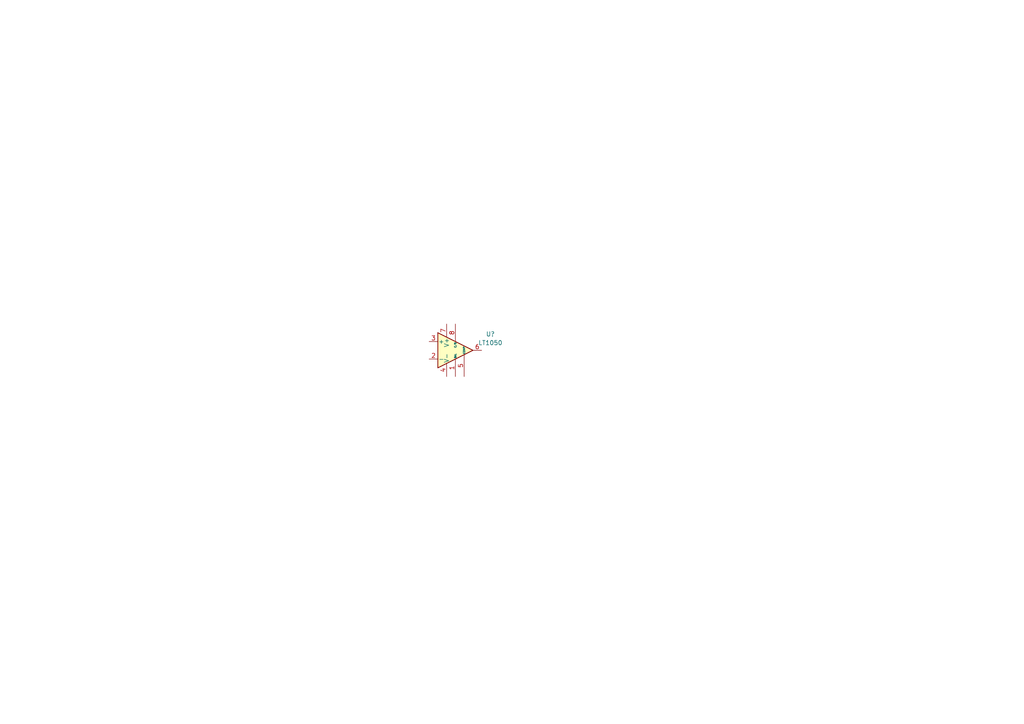
<source format=kicad_sch>
(kicad_sch (version 20211123) (generator eeschema)
  (paper "A4")
  (lib_symbols
    (symbol "Amplifier_Operational:LT1012" (pin_names (offset 0.127))
      (property "Reference" "U" (at 1.27 6.35 0))
      (property "Value" "LT1012" (at 1.27 3.81 0))
      (symbol "LT1012_0_1"
        (polyline (pts (xy -5.08 5.08) (xy 5.08 0) (xy -5.08 -5.08) (xy -5.08 5.08)) (stroke (width 0.254)) (fill (type background)))
      )
      (symbol "LT1012_1_1"
        (pin input line (at 0 -7.62 90) (length 5.08) (name "BAL") (number "1"))
        (pin input line (at -7.62 -2.54 0) (length 2.54) (name "-") (number "2"))
        (pin input line (at -7.62 2.54 0) (length 2.54) (name "+") (number "3"))
        (pin power_in line (at -2.54 -7.62 90) (length 3.81) (name "V-") (number "4"))
        (pin input line (at 2.54 -7.62 90) (length 6.35) (name "COMP") (number "5"))
        (pin output line (at 7.62 0 180) (length 2.54) (name "~") (number "6"))
        (pin power_in line (at -2.54 7.62 270) (length 3.81) (name "V+") (number "7"))
        (pin input line (at 0 7.62 270) (length 5.08) (name "C/B") (number "8"))
      )
    )
  )
  (symbol (lib_id "Amplifier_Operational:LT1012") (at 132.08 101.6 0) (unit 1)
    (property "Reference" "U?" (at 142.24 96.901 0))
    (property "Value" "LT1050" (at 142.24 99.441 0))
    (property "Datasheet" "https://www.analog.com/media/en/technical-documentation/data-sheets/lt1012.pdf" (effects hide))
  )
)
</source>
